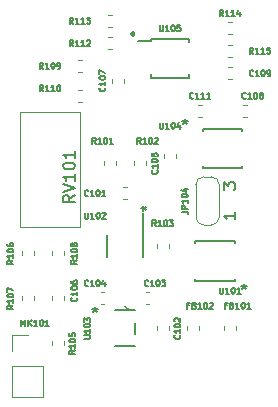
<source format=gbr>
%TF.GenerationSoftware,KiCad,Pcbnew,(5.1.6)-1*%
%TF.CreationDate,2021-05-29T12:16:40-05:00*%
%TF.ProjectId,Sapphire_AnalogMic,53617070-6869-4726-955f-416e616c6f67,rev?*%
%TF.SameCoordinates,Original*%
%TF.FileFunction,Legend,Top*%
%TF.FilePolarity,Positive*%
%FSLAX46Y46*%
G04 Gerber Fmt 4.6, Leading zero omitted, Abs format (unit mm)*
G04 Created by KiCad (PCBNEW (5.1.6)-1) date 2021-05-29 12:16:40*
%MOMM*%
%LPD*%
G01*
G04 APERTURE LIST*
%ADD10C,0.300000*%
%ADD11C,0.120000*%
%ADD12C,0.152400*%
%ADD13C,0.150000*%
%ADD14C,0.127000*%
G04 APERTURE END LIST*
D10*
X120015000Y-103278714D02*
X120086428Y-103350142D01*
X120015000Y-103421571D01*
X119943571Y-103350142D01*
X120015000Y-103278714D01*
X120015000Y-103421571D01*
D11*
%TO.C,RV101*%
X110500000Y-109923000D02*
X115570000Y-109923000D01*
X110500000Y-119693000D02*
X115570000Y-119693000D01*
X115570000Y-119693000D02*
X115570000Y-109923000D01*
X110500000Y-119693000D02*
X110500000Y-109923000D01*
D12*
%TO.C,U101*%
X128676400Y-120878600D02*
X125323600Y-120878600D01*
X125323600Y-120878600D02*
X125323600Y-121043700D01*
X125323600Y-124231400D02*
X128676400Y-124231400D01*
X128676400Y-124231400D02*
X128676400Y-124066300D01*
X128676400Y-121043700D02*
X128676400Y-120878600D01*
X125323600Y-124066300D02*
X125323600Y-124231400D01*
D11*
%TO.C,C106*%
X114175000Y-125567221D02*
X114175000Y-125892779D01*
X113155000Y-125567221D02*
X113155000Y-125892779D01*
%TO.C,MK101*%
X109795000Y-134045000D02*
X112455000Y-134045000D01*
X109795000Y-131445000D02*
X109795000Y-134045000D01*
X112455000Y-131445000D02*
X112455000Y-134045000D01*
X109795000Y-131445000D02*
X112455000Y-131445000D01*
X109795000Y-130175000D02*
X109795000Y-128845000D01*
X109795000Y-128845000D02*
X111125000Y-128845000D01*
%TO.C,JP104*%
X126665000Y-119525000D02*
X126065000Y-119525000D01*
X127365000Y-116075000D02*
X127365000Y-118875000D01*
X126065000Y-115425000D02*
X126665000Y-115425000D01*
X125365000Y-118875000D02*
X125365000Y-116075000D01*
X126065000Y-119525000D02*
G75*
G02*
X125365000Y-118825000I0J700000D01*
G01*
X127365000Y-118825000D02*
G75*
G02*
X126665000Y-119525000I-700000J0D01*
G01*
X126665000Y-115425000D02*
G75*
G02*
X127365000Y-116125000I0J-700000D01*
G01*
X125365000Y-116125000D02*
G75*
G02*
X126065000Y-115425000I700000J0D01*
G01*
%TO.C,R115*%
X128432779Y-105285000D02*
X128107221Y-105285000D01*
X128432779Y-104265000D02*
X128107221Y-104265000D01*
%TO.C,R114*%
X128432779Y-103380000D02*
X128107221Y-103380000D01*
X128432779Y-102360000D02*
X128107221Y-102360000D01*
%TO.C,R113*%
X117947221Y-101725000D02*
X118272779Y-101725000D01*
X117947221Y-102745000D02*
X118272779Y-102745000D01*
%TO.C,R112*%
X118272779Y-104650000D02*
X117947221Y-104650000D01*
X118272779Y-103630000D02*
X117947221Y-103630000D01*
%TO.C,R110*%
X115732779Y-109095000D02*
X115407221Y-109095000D01*
X115732779Y-108075000D02*
X115407221Y-108075000D01*
%TO.C,R109*%
X115732779Y-106555000D02*
X115407221Y-106555000D01*
X115732779Y-105535000D02*
X115407221Y-105535000D01*
%TO.C,R108*%
X114175000Y-121757221D02*
X114175000Y-122082779D01*
X113155000Y-121757221D02*
X113155000Y-122082779D01*
%TO.C,R107*%
X110615000Y-125892779D02*
X110615000Y-125567221D01*
X111635000Y-125892779D02*
X111635000Y-125567221D01*
%TO.C,R106*%
X110615000Y-122082779D02*
X110615000Y-121757221D01*
X111635000Y-122082779D02*
X111635000Y-121757221D01*
%TO.C,R105*%
X114175000Y-129377221D02*
X114175000Y-129702779D01*
X113155000Y-129377221D02*
X113155000Y-129702779D01*
%TO.C,R103*%
X122045000Y-121447779D02*
X122045000Y-121122221D01*
X123065000Y-121447779D02*
X123065000Y-121122221D01*
%TO.C,R102*%
X120140000Y-114462779D02*
X120140000Y-114137221D01*
X121160000Y-114462779D02*
X121160000Y-114137221D01*
%TO.C,R101*%
X117600000Y-114462779D02*
X117600000Y-114137221D01*
X118620000Y-114462779D02*
X118620000Y-114137221D01*
%TO.C,FB102*%
X125605000Y-128107221D02*
X125605000Y-128432779D01*
X124585000Y-128107221D02*
X124585000Y-128432779D01*
%TO.C,FB101*%
X128780000Y-128107221D02*
X128780000Y-128432779D01*
X127760000Y-128107221D02*
X127760000Y-128432779D01*
%TO.C,C111*%
X125567221Y-109345000D02*
X125892779Y-109345000D01*
X125567221Y-110365000D02*
X125892779Y-110365000D01*
%TO.C,C109*%
X128107221Y-106170000D02*
X128432779Y-106170000D01*
X128107221Y-107190000D02*
X128432779Y-107190000D01*
%TO.C,C108*%
X129702779Y-110365000D02*
X129377221Y-110365000D01*
X129702779Y-109345000D02*
X129377221Y-109345000D01*
%TO.C,C107*%
X119255000Y-107152221D02*
X119255000Y-107477779D01*
X118235000Y-107152221D02*
X118235000Y-107477779D01*
%TO.C,C105*%
X122680000Y-113827779D02*
X122680000Y-113502221D01*
X123700000Y-113827779D02*
X123700000Y-113502221D01*
%TO.C,C104*%
X117312221Y-125220000D02*
X117637779Y-125220000D01*
X117312221Y-126240000D02*
X117637779Y-126240000D01*
%TO.C,C103*%
X121122221Y-125220000D02*
X121447779Y-125220000D01*
X121122221Y-126240000D02*
X121447779Y-126240000D01*
%TO.C,C102*%
X122045000Y-128432779D02*
X122045000Y-128107221D01*
X123065000Y-128432779D02*
X123065000Y-128107221D01*
%TO.C,C101*%
X119217221Y-116330000D02*
X119542779Y-116330000D01*
X119217221Y-117350000D02*
X119542779Y-117350000D01*
D13*
%TO.C,U105*%
X121565000Y-103785000D02*
X121565000Y-103960000D01*
X124815000Y-103785000D02*
X124815000Y-104060000D01*
X124815000Y-107035000D02*
X124815000Y-106760000D01*
X121565000Y-107035000D02*
X121565000Y-106760000D01*
X121565000Y-103785000D02*
X124815000Y-103785000D01*
X121565000Y-107035000D02*
X124815000Y-107035000D01*
X121565000Y-103960000D02*
X120490000Y-103960000D01*
D12*
%TO.C,U104*%
X125958600Y-114706400D02*
X129311400Y-114706400D01*
X129311400Y-114706400D02*
X129311400Y-114541300D01*
X129311400Y-111353600D02*
X125958600Y-111353600D01*
X125958600Y-111353600D02*
X125958600Y-111518700D01*
X125958600Y-114541300D02*
X125958600Y-114706400D01*
X129311400Y-111518700D02*
X129311400Y-111353600D01*
%TO.C,U103*%
X118503700Y-126746000D02*
X120256300Y-126746000D01*
X120256300Y-128734861D02*
X120256300Y-127805139D01*
X118503700Y-129794000D02*
X120256300Y-129794000D01*
X119671502Y-126656950D02*
G75*
G03*
X119380000Y-126441200I-291502J-89050D01*
G01*
%TO.C,U102*%
X117830003Y-120335002D02*
X117830003Y-122235001D01*
X120929999Y-118535000D02*
X120930002Y-122235001D01*
%TO.C,RV101*%
D13*
X115133380Y-116990619D02*
X114657190Y-117323952D01*
X115133380Y-117562047D02*
X114133380Y-117562047D01*
X114133380Y-117181095D01*
X114181000Y-117085857D01*
X114228619Y-117038238D01*
X114323857Y-116990619D01*
X114466714Y-116990619D01*
X114561952Y-117038238D01*
X114609571Y-117085857D01*
X114657190Y-117181095D01*
X114657190Y-117562047D01*
X114133380Y-116704904D02*
X115133380Y-116371571D01*
X114133380Y-116038238D01*
X115133380Y-115181095D02*
X115133380Y-115752523D01*
X115133380Y-115466809D02*
X114133380Y-115466809D01*
X114276238Y-115562047D01*
X114371476Y-115657285D01*
X114419095Y-115752523D01*
X114133380Y-114562047D02*
X114133380Y-114466809D01*
X114181000Y-114371571D01*
X114228619Y-114323952D01*
X114323857Y-114276333D01*
X114514333Y-114228714D01*
X114752428Y-114228714D01*
X114942904Y-114276333D01*
X115038142Y-114323952D01*
X115085761Y-114371571D01*
X115133380Y-114466809D01*
X115133380Y-114562047D01*
X115085761Y-114657285D01*
X115038142Y-114704904D01*
X114942904Y-114752523D01*
X114752428Y-114800142D01*
X114514333Y-114800142D01*
X114323857Y-114752523D01*
X114228619Y-114704904D01*
X114181000Y-114657285D01*
X114133380Y-114562047D01*
X115133380Y-113276333D02*
X115133380Y-113847761D01*
X115133380Y-113562047D02*
X114133380Y-113562047D01*
X114276238Y-113657285D01*
X114371476Y-113752523D01*
X114419095Y-113847761D01*
%TO.C,U101*%
D14*
X127399142Y-124816809D02*
X127399142Y-125228047D01*
X127423333Y-125276428D01*
X127447523Y-125300619D01*
X127495904Y-125324809D01*
X127592666Y-125324809D01*
X127641047Y-125300619D01*
X127665238Y-125276428D01*
X127689428Y-125228047D01*
X127689428Y-124816809D01*
X128197428Y-125324809D02*
X127907142Y-125324809D01*
X128052285Y-125324809D02*
X128052285Y-124816809D01*
X128003904Y-124889380D01*
X127955523Y-124937761D01*
X127907142Y-124961952D01*
X128511904Y-124816809D02*
X128560285Y-124816809D01*
X128608666Y-124841000D01*
X128632857Y-124865190D01*
X128657047Y-124913571D01*
X128681238Y-125010333D01*
X128681238Y-125131285D01*
X128657047Y-125228047D01*
X128632857Y-125276428D01*
X128608666Y-125300619D01*
X128560285Y-125324809D01*
X128511904Y-125324809D01*
X128463523Y-125300619D01*
X128439333Y-125276428D01*
X128415142Y-125228047D01*
X128390952Y-125131285D01*
X128390952Y-125010333D01*
X128415142Y-124913571D01*
X128439333Y-124865190D01*
X128463523Y-124841000D01*
X128511904Y-124816809D01*
X129165047Y-125324809D02*
X128874761Y-125324809D01*
X129019904Y-125324809D02*
X129019904Y-124816809D01*
X128971523Y-124889380D01*
X128923142Y-124937761D01*
X128874761Y-124961952D01*
D13*
X129463800Y-124532140D02*
X129463800Y-124770236D01*
X129225704Y-124674998D02*
X129463800Y-124770236D01*
X129701895Y-124674998D01*
X129320942Y-124960712D02*
X129463800Y-124770236D01*
X129606657Y-124960712D01*
X129463800Y-124532140D02*
X129463800Y-124770236D01*
X129225704Y-124674998D02*
X129463800Y-124770236D01*
X129701895Y-124674998D01*
X129320942Y-124960712D02*
X129463800Y-124770236D01*
X129606657Y-124960712D01*
%TO.C,C106*%
D14*
X115276428Y-125663476D02*
X115300619Y-125687666D01*
X115324809Y-125760238D01*
X115324809Y-125808619D01*
X115300619Y-125881190D01*
X115252238Y-125929571D01*
X115203857Y-125953761D01*
X115107095Y-125977952D01*
X115034523Y-125977952D01*
X114937761Y-125953761D01*
X114889380Y-125929571D01*
X114841000Y-125881190D01*
X114816809Y-125808619D01*
X114816809Y-125760238D01*
X114841000Y-125687666D01*
X114865190Y-125663476D01*
X115324809Y-125179666D02*
X115324809Y-125469952D01*
X115324809Y-125324809D02*
X114816809Y-125324809D01*
X114889380Y-125373190D01*
X114937761Y-125421571D01*
X114961952Y-125469952D01*
X114816809Y-124865190D02*
X114816809Y-124816809D01*
X114841000Y-124768428D01*
X114865190Y-124744238D01*
X114913571Y-124720047D01*
X115010333Y-124695857D01*
X115131285Y-124695857D01*
X115228047Y-124720047D01*
X115276428Y-124744238D01*
X115300619Y-124768428D01*
X115324809Y-124816809D01*
X115324809Y-124865190D01*
X115300619Y-124913571D01*
X115276428Y-124937761D01*
X115228047Y-124961952D01*
X115131285Y-124986142D01*
X115010333Y-124986142D01*
X114913571Y-124961952D01*
X114865190Y-124937761D01*
X114841000Y-124913571D01*
X114816809Y-124865190D01*
X114816809Y-124260428D02*
X114816809Y-124357190D01*
X114841000Y-124405571D01*
X114865190Y-124429761D01*
X114937761Y-124478142D01*
X115034523Y-124502333D01*
X115228047Y-124502333D01*
X115276428Y-124478142D01*
X115300619Y-124453952D01*
X115324809Y-124405571D01*
X115324809Y-124308809D01*
X115300619Y-124260428D01*
X115276428Y-124236238D01*
X115228047Y-124212047D01*
X115107095Y-124212047D01*
X115058714Y-124236238D01*
X115034523Y-124260428D01*
X115010333Y-124308809D01*
X115010333Y-124405571D01*
X115034523Y-124453952D01*
X115058714Y-124478142D01*
X115107095Y-124502333D01*
%TO.C,MK101*%
X110610952Y-128074809D02*
X110610952Y-127566809D01*
X110780285Y-127929666D01*
X110949619Y-127566809D01*
X110949619Y-128074809D01*
X111191523Y-128074809D02*
X111191523Y-127566809D01*
X111481809Y-128074809D02*
X111264095Y-127784523D01*
X111481809Y-127566809D02*
X111191523Y-127857095D01*
X111965619Y-128074809D02*
X111675333Y-128074809D01*
X111820476Y-128074809D02*
X111820476Y-127566809D01*
X111772095Y-127639380D01*
X111723714Y-127687761D01*
X111675333Y-127711952D01*
X112280095Y-127566809D02*
X112328476Y-127566809D01*
X112376857Y-127591000D01*
X112401047Y-127615190D01*
X112425238Y-127663571D01*
X112449428Y-127760333D01*
X112449428Y-127881285D01*
X112425238Y-127978047D01*
X112401047Y-128026428D01*
X112376857Y-128050619D01*
X112328476Y-128074809D01*
X112280095Y-128074809D01*
X112231714Y-128050619D01*
X112207523Y-128026428D01*
X112183333Y-127978047D01*
X112159142Y-127881285D01*
X112159142Y-127760333D01*
X112183333Y-127663571D01*
X112207523Y-127615190D01*
X112231714Y-127591000D01*
X112280095Y-127566809D01*
X112933238Y-128074809D02*
X112642952Y-128074809D01*
X112788095Y-128074809D02*
X112788095Y-127566809D01*
X112739714Y-127639380D01*
X112691333Y-127687761D01*
X112642952Y-127711952D01*
%TO.C,JP104*%
X124181809Y-118382142D02*
X124544666Y-118382142D01*
X124617238Y-118406333D01*
X124665619Y-118454714D01*
X124689809Y-118527285D01*
X124689809Y-118575666D01*
X124689809Y-118140238D02*
X124181809Y-118140238D01*
X124181809Y-117946714D01*
X124206000Y-117898333D01*
X124230190Y-117874142D01*
X124278571Y-117849952D01*
X124351142Y-117849952D01*
X124399523Y-117874142D01*
X124423714Y-117898333D01*
X124447904Y-117946714D01*
X124447904Y-118140238D01*
X124689809Y-117366142D02*
X124689809Y-117656428D01*
X124689809Y-117511285D02*
X124181809Y-117511285D01*
X124254380Y-117559666D01*
X124302761Y-117608047D01*
X124326952Y-117656428D01*
X124181809Y-117051666D02*
X124181809Y-117003285D01*
X124206000Y-116954904D01*
X124230190Y-116930714D01*
X124278571Y-116906523D01*
X124375333Y-116882333D01*
X124496285Y-116882333D01*
X124593047Y-116906523D01*
X124641428Y-116930714D01*
X124665619Y-116954904D01*
X124689809Y-117003285D01*
X124689809Y-117051666D01*
X124665619Y-117100047D01*
X124641428Y-117124238D01*
X124593047Y-117148428D01*
X124496285Y-117172619D01*
X124375333Y-117172619D01*
X124278571Y-117148428D01*
X124230190Y-117124238D01*
X124206000Y-117100047D01*
X124181809Y-117051666D01*
X124351142Y-116446904D02*
X124689809Y-116446904D01*
X124157619Y-116567857D02*
X124520476Y-116688809D01*
X124520476Y-116374333D01*
D13*
X128722380Y-118459285D02*
X128722380Y-119030714D01*
X128722380Y-118745000D02*
X127722380Y-118745000D01*
X127865238Y-118840238D01*
X127960476Y-118935476D01*
X128008095Y-119030714D01*
X127722380Y-116538333D02*
X127722380Y-115919285D01*
X128103333Y-116252619D01*
X128103333Y-116109761D01*
X128150952Y-116014523D01*
X128198571Y-115966904D01*
X128293809Y-115919285D01*
X128531904Y-115919285D01*
X128627142Y-115966904D01*
X128674761Y-116014523D01*
X128722380Y-116109761D01*
X128722380Y-116395476D01*
X128674761Y-116490714D01*
X128627142Y-116538333D01*
%TO.C,R115*%
D14*
X130241523Y-105004809D02*
X130072190Y-104762904D01*
X129951238Y-105004809D02*
X129951238Y-104496809D01*
X130144761Y-104496809D01*
X130193142Y-104521000D01*
X130217333Y-104545190D01*
X130241523Y-104593571D01*
X130241523Y-104666142D01*
X130217333Y-104714523D01*
X130193142Y-104738714D01*
X130144761Y-104762904D01*
X129951238Y-104762904D01*
X130725333Y-105004809D02*
X130435047Y-105004809D01*
X130580190Y-105004809D02*
X130580190Y-104496809D01*
X130531809Y-104569380D01*
X130483428Y-104617761D01*
X130435047Y-104641952D01*
X131209142Y-105004809D02*
X130918857Y-105004809D01*
X131064000Y-105004809D02*
X131064000Y-104496809D01*
X131015619Y-104569380D01*
X130967238Y-104617761D01*
X130918857Y-104641952D01*
X131668761Y-104496809D02*
X131426857Y-104496809D01*
X131402666Y-104738714D01*
X131426857Y-104714523D01*
X131475238Y-104690333D01*
X131596190Y-104690333D01*
X131644571Y-104714523D01*
X131668761Y-104738714D01*
X131692952Y-104787095D01*
X131692952Y-104908047D01*
X131668761Y-104956428D01*
X131644571Y-104980619D01*
X131596190Y-105004809D01*
X131475238Y-105004809D01*
X131426857Y-104980619D01*
X131402666Y-104956428D01*
%TO.C,R114*%
X127701523Y-101829809D02*
X127532190Y-101587904D01*
X127411238Y-101829809D02*
X127411238Y-101321809D01*
X127604761Y-101321809D01*
X127653142Y-101346000D01*
X127677333Y-101370190D01*
X127701523Y-101418571D01*
X127701523Y-101491142D01*
X127677333Y-101539523D01*
X127653142Y-101563714D01*
X127604761Y-101587904D01*
X127411238Y-101587904D01*
X128185333Y-101829809D02*
X127895047Y-101829809D01*
X128040190Y-101829809D02*
X128040190Y-101321809D01*
X127991809Y-101394380D01*
X127943428Y-101442761D01*
X127895047Y-101466952D01*
X128669142Y-101829809D02*
X128378857Y-101829809D01*
X128524000Y-101829809D02*
X128524000Y-101321809D01*
X128475619Y-101394380D01*
X128427238Y-101442761D01*
X128378857Y-101466952D01*
X129104571Y-101491142D02*
X129104571Y-101829809D01*
X128983619Y-101297619D02*
X128862666Y-101660476D01*
X129177142Y-101660476D01*
%TO.C,R113*%
X115001523Y-102464809D02*
X114832190Y-102222904D01*
X114711238Y-102464809D02*
X114711238Y-101956809D01*
X114904761Y-101956809D01*
X114953142Y-101981000D01*
X114977333Y-102005190D01*
X115001523Y-102053571D01*
X115001523Y-102126142D01*
X114977333Y-102174523D01*
X114953142Y-102198714D01*
X114904761Y-102222904D01*
X114711238Y-102222904D01*
X115485333Y-102464809D02*
X115195047Y-102464809D01*
X115340190Y-102464809D02*
X115340190Y-101956809D01*
X115291809Y-102029380D01*
X115243428Y-102077761D01*
X115195047Y-102101952D01*
X115969142Y-102464809D02*
X115678857Y-102464809D01*
X115824000Y-102464809D02*
X115824000Y-101956809D01*
X115775619Y-102029380D01*
X115727238Y-102077761D01*
X115678857Y-102101952D01*
X116138476Y-101956809D02*
X116452952Y-101956809D01*
X116283619Y-102150333D01*
X116356190Y-102150333D01*
X116404571Y-102174523D01*
X116428761Y-102198714D01*
X116452952Y-102247095D01*
X116452952Y-102368047D01*
X116428761Y-102416428D01*
X116404571Y-102440619D01*
X116356190Y-102464809D01*
X116211047Y-102464809D01*
X116162666Y-102440619D01*
X116138476Y-102416428D01*
%TO.C,R112*%
X115001523Y-104369809D02*
X114832190Y-104127904D01*
X114711238Y-104369809D02*
X114711238Y-103861809D01*
X114904761Y-103861809D01*
X114953142Y-103886000D01*
X114977333Y-103910190D01*
X115001523Y-103958571D01*
X115001523Y-104031142D01*
X114977333Y-104079523D01*
X114953142Y-104103714D01*
X114904761Y-104127904D01*
X114711238Y-104127904D01*
X115485333Y-104369809D02*
X115195047Y-104369809D01*
X115340190Y-104369809D02*
X115340190Y-103861809D01*
X115291809Y-103934380D01*
X115243428Y-103982761D01*
X115195047Y-104006952D01*
X115969142Y-104369809D02*
X115678857Y-104369809D01*
X115824000Y-104369809D02*
X115824000Y-103861809D01*
X115775619Y-103934380D01*
X115727238Y-103982761D01*
X115678857Y-104006952D01*
X116162666Y-103910190D02*
X116186857Y-103886000D01*
X116235238Y-103861809D01*
X116356190Y-103861809D01*
X116404571Y-103886000D01*
X116428761Y-103910190D01*
X116452952Y-103958571D01*
X116452952Y-104006952D01*
X116428761Y-104079523D01*
X116138476Y-104369809D01*
X116452952Y-104369809D01*
%TO.C,R110*%
X112461523Y-108179809D02*
X112292190Y-107937904D01*
X112171238Y-108179809D02*
X112171238Y-107671809D01*
X112364761Y-107671809D01*
X112413142Y-107696000D01*
X112437333Y-107720190D01*
X112461523Y-107768571D01*
X112461523Y-107841142D01*
X112437333Y-107889523D01*
X112413142Y-107913714D01*
X112364761Y-107937904D01*
X112171238Y-107937904D01*
X112945333Y-108179809D02*
X112655047Y-108179809D01*
X112800190Y-108179809D02*
X112800190Y-107671809D01*
X112751809Y-107744380D01*
X112703428Y-107792761D01*
X112655047Y-107816952D01*
X113429142Y-108179809D02*
X113138857Y-108179809D01*
X113284000Y-108179809D02*
X113284000Y-107671809D01*
X113235619Y-107744380D01*
X113187238Y-107792761D01*
X113138857Y-107816952D01*
X113743619Y-107671809D02*
X113792000Y-107671809D01*
X113840380Y-107696000D01*
X113864571Y-107720190D01*
X113888761Y-107768571D01*
X113912952Y-107865333D01*
X113912952Y-107986285D01*
X113888761Y-108083047D01*
X113864571Y-108131428D01*
X113840380Y-108155619D01*
X113792000Y-108179809D01*
X113743619Y-108179809D01*
X113695238Y-108155619D01*
X113671047Y-108131428D01*
X113646857Y-108083047D01*
X113622666Y-107986285D01*
X113622666Y-107865333D01*
X113646857Y-107768571D01*
X113671047Y-107720190D01*
X113695238Y-107696000D01*
X113743619Y-107671809D01*
%TO.C,R109*%
X112461523Y-106274809D02*
X112292190Y-106032904D01*
X112171238Y-106274809D02*
X112171238Y-105766809D01*
X112364761Y-105766809D01*
X112413142Y-105791000D01*
X112437333Y-105815190D01*
X112461523Y-105863571D01*
X112461523Y-105936142D01*
X112437333Y-105984523D01*
X112413142Y-106008714D01*
X112364761Y-106032904D01*
X112171238Y-106032904D01*
X112945333Y-106274809D02*
X112655047Y-106274809D01*
X112800190Y-106274809D02*
X112800190Y-105766809D01*
X112751809Y-105839380D01*
X112703428Y-105887761D01*
X112655047Y-105911952D01*
X113259809Y-105766809D02*
X113308190Y-105766809D01*
X113356571Y-105791000D01*
X113380761Y-105815190D01*
X113404952Y-105863571D01*
X113429142Y-105960333D01*
X113429142Y-106081285D01*
X113404952Y-106178047D01*
X113380761Y-106226428D01*
X113356571Y-106250619D01*
X113308190Y-106274809D01*
X113259809Y-106274809D01*
X113211428Y-106250619D01*
X113187238Y-106226428D01*
X113163047Y-106178047D01*
X113138857Y-106081285D01*
X113138857Y-105960333D01*
X113163047Y-105863571D01*
X113187238Y-105815190D01*
X113211428Y-105791000D01*
X113259809Y-105766809D01*
X113671047Y-106274809D02*
X113767809Y-106274809D01*
X113816190Y-106250619D01*
X113840380Y-106226428D01*
X113888761Y-106153857D01*
X113912952Y-106057095D01*
X113912952Y-105863571D01*
X113888761Y-105815190D01*
X113864571Y-105791000D01*
X113816190Y-105766809D01*
X113719428Y-105766809D01*
X113671047Y-105791000D01*
X113646857Y-105815190D01*
X113622666Y-105863571D01*
X113622666Y-105984523D01*
X113646857Y-106032904D01*
X113671047Y-106057095D01*
X113719428Y-106081285D01*
X113816190Y-106081285D01*
X113864571Y-106057095D01*
X113888761Y-106032904D01*
X113912952Y-105984523D01*
%TO.C,R108*%
X115324809Y-122488476D02*
X115082904Y-122657809D01*
X115324809Y-122778761D02*
X114816809Y-122778761D01*
X114816809Y-122585238D01*
X114841000Y-122536857D01*
X114865190Y-122512666D01*
X114913571Y-122488476D01*
X114986142Y-122488476D01*
X115034523Y-122512666D01*
X115058714Y-122536857D01*
X115082904Y-122585238D01*
X115082904Y-122778761D01*
X115324809Y-122004666D02*
X115324809Y-122294952D01*
X115324809Y-122149809D02*
X114816809Y-122149809D01*
X114889380Y-122198190D01*
X114937761Y-122246571D01*
X114961952Y-122294952D01*
X114816809Y-121690190D02*
X114816809Y-121641809D01*
X114841000Y-121593428D01*
X114865190Y-121569238D01*
X114913571Y-121545047D01*
X115010333Y-121520857D01*
X115131285Y-121520857D01*
X115228047Y-121545047D01*
X115276428Y-121569238D01*
X115300619Y-121593428D01*
X115324809Y-121641809D01*
X115324809Y-121690190D01*
X115300619Y-121738571D01*
X115276428Y-121762761D01*
X115228047Y-121786952D01*
X115131285Y-121811142D01*
X115010333Y-121811142D01*
X114913571Y-121786952D01*
X114865190Y-121762761D01*
X114841000Y-121738571D01*
X114816809Y-121690190D01*
X115034523Y-121230571D02*
X115010333Y-121278952D01*
X114986142Y-121303142D01*
X114937761Y-121327333D01*
X114913571Y-121327333D01*
X114865190Y-121303142D01*
X114841000Y-121278952D01*
X114816809Y-121230571D01*
X114816809Y-121133809D01*
X114841000Y-121085428D01*
X114865190Y-121061238D01*
X114913571Y-121037047D01*
X114937761Y-121037047D01*
X114986142Y-121061238D01*
X115010333Y-121085428D01*
X115034523Y-121133809D01*
X115034523Y-121230571D01*
X115058714Y-121278952D01*
X115082904Y-121303142D01*
X115131285Y-121327333D01*
X115228047Y-121327333D01*
X115276428Y-121303142D01*
X115300619Y-121278952D01*
X115324809Y-121230571D01*
X115324809Y-121133809D01*
X115300619Y-121085428D01*
X115276428Y-121061238D01*
X115228047Y-121037047D01*
X115131285Y-121037047D01*
X115082904Y-121061238D01*
X115058714Y-121085428D01*
X115034523Y-121133809D01*
%TO.C,R107*%
X109924809Y-126298476D02*
X109682904Y-126467809D01*
X109924809Y-126588761D02*
X109416809Y-126588761D01*
X109416809Y-126395238D01*
X109441000Y-126346857D01*
X109465190Y-126322666D01*
X109513571Y-126298476D01*
X109586142Y-126298476D01*
X109634523Y-126322666D01*
X109658714Y-126346857D01*
X109682904Y-126395238D01*
X109682904Y-126588761D01*
X109924809Y-125814666D02*
X109924809Y-126104952D01*
X109924809Y-125959809D02*
X109416809Y-125959809D01*
X109489380Y-126008190D01*
X109537761Y-126056571D01*
X109561952Y-126104952D01*
X109416809Y-125500190D02*
X109416809Y-125451809D01*
X109441000Y-125403428D01*
X109465190Y-125379238D01*
X109513571Y-125355047D01*
X109610333Y-125330857D01*
X109731285Y-125330857D01*
X109828047Y-125355047D01*
X109876428Y-125379238D01*
X109900619Y-125403428D01*
X109924809Y-125451809D01*
X109924809Y-125500190D01*
X109900619Y-125548571D01*
X109876428Y-125572761D01*
X109828047Y-125596952D01*
X109731285Y-125621142D01*
X109610333Y-125621142D01*
X109513571Y-125596952D01*
X109465190Y-125572761D01*
X109441000Y-125548571D01*
X109416809Y-125500190D01*
X109416809Y-125161523D02*
X109416809Y-124822857D01*
X109924809Y-125040571D01*
%TO.C,R106*%
X109924809Y-122488476D02*
X109682904Y-122657809D01*
X109924809Y-122778761D02*
X109416809Y-122778761D01*
X109416809Y-122585238D01*
X109441000Y-122536857D01*
X109465190Y-122512666D01*
X109513571Y-122488476D01*
X109586142Y-122488476D01*
X109634523Y-122512666D01*
X109658714Y-122536857D01*
X109682904Y-122585238D01*
X109682904Y-122778761D01*
X109924809Y-122004666D02*
X109924809Y-122294952D01*
X109924809Y-122149809D02*
X109416809Y-122149809D01*
X109489380Y-122198190D01*
X109537761Y-122246571D01*
X109561952Y-122294952D01*
X109416809Y-121690190D02*
X109416809Y-121641809D01*
X109441000Y-121593428D01*
X109465190Y-121569238D01*
X109513571Y-121545047D01*
X109610333Y-121520857D01*
X109731285Y-121520857D01*
X109828047Y-121545047D01*
X109876428Y-121569238D01*
X109900619Y-121593428D01*
X109924809Y-121641809D01*
X109924809Y-121690190D01*
X109900619Y-121738571D01*
X109876428Y-121762761D01*
X109828047Y-121786952D01*
X109731285Y-121811142D01*
X109610333Y-121811142D01*
X109513571Y-121786952D01*
X109465190Y-121762761D01*
X109441000Y-121738571D01*
X109416809Y-121690190D01*
X109416809Y-121085428D02*
X109416809Y-121182190D01*
X109441000Y-121230571D01*
X109465190Y-121254761D01*
X109537761Y-121303142D01*
X109634523Y-121327333D01*
X109828047Y-121327333D01*
X109876428Y-121303142D01*
X109900619Y-121278952D01*
X109924809Y-121230571D01*
X109924809Y-121133809D01*
X109900619Y-121085428D01*
X109876428Y-121061238D01*
X109828047Y-121037047D01*
X109707095Y-121037047D01*
X109658714Y-121061238D01*
X109634523Y-121085428D01*
X109610333Y-121133809D01*
X109610333Y-121230571D01*
X109634523Y-121278952D01*
X109658714Y-121303142D01*
X109707095Y-121327333D01*
%TO.C,R105*%
X115164809Y-130108476D02*
X114922904Y-130277809D01*
X115164809Y-130398761D02*
X114656809Y-130398761D01*
X114656809Y-130205238D01*
X114681000Y-130156857D01*
X114705190Y-130132666D01*
X114753571Y-130108476D01*
X114826142Y-130108476D01*
X114874523Y-130132666D01*
X114898714Y-130156857D01*
X114922904Y-130205238D01*
X114922904Y-130398761D01*
X115164809Y-129624666D02*
X115164809Y-129914952D01*
X115164809Y-129769809D02*
X114656809Y-129769809D01*
X114729380Y-129818190D01*
X114777761Y-129866571D01*
X114801952Y-129914952D01*
X114656809Y-129310190D02*
X114656809Y-129261809D01*
X114681000Y-129213428D01*
X114705190Y-129189238D01*
X114753571Y-129165047D01*
X114850333Y-129140857D01*
X114971285Y-129140857D01*
X115068047Y-129165047D01*
X115116428Y-129189238D01*
X115140619Y-129213428D01*
X115164809Y-129261809D01*
X115164809Y-129310190D01*
X115140619Y-129358571D01*
X115116428Y-129382761D01*
X115068047Y-129406952D01*
X114971285Y-129431142D01*
X114850333Y-129431142D01*
X114753571Y-129406952D01*
X114705190Y-129382761D01*
X114681000Y-129358571D01*
X114656809Y-129310190D01*
X114656809Y-128681238D02*
X114656809Y-128923142D01*
X114898714Y-128947333D01*
X114874523Y-128923142D01*
X114850333Y-128874761D01*
X114850333Y-128753809D01*
X114874523Y-128705428D01*
X114898714Y-128681238D01*
X114947095Y-128657047D01*
X115068047Y-128657047D01*
X115116428Y-128681238D01*
X115140619Y-128705428D01*
X115164809Y-128753809D01*
X115164809Y-128874761D01*
X115140619Y-128923142D01*
X115116428Y-128947333D01*
%TO.C,R103*%
X121986523Y-119609809D02*
X121817190Y-119367904D01*
X121696238Y-119609809D02*
X121696238Y-119101809D01*
X121889761Y-119101809D01*
X121938142Y-119126000D01*
X121962333Y-119150190D01*
X121986523Y-119198571D01*
X121986523Y-119271142D01*
X121962333Y-119319523D01*
X121938142Y-119343714D01*
X121889761Y-119367904D01*
X121696238Y-119367904D01*
X122470333Y-119609809D02*
X122180047Y-119609809D01*
X122325190Y-119609809D02*
X122325190Y-119101809D01*
X122276809Y-119174380D01*
X122228428Y-119222761D01*
X122180047Y-119246952D01*
X122784809Y-119101809D02*
X122833190Y-119101809D01*
X122881571Y-119126000D01*
X122905761Y-119150190D01*
X122929952Y-119198571D01*
X122954142Y-119295333D01*
X122954142Y-119416285D01*
X122929952Y-119513047D01*
X122905761Y-119561428D01*
X122881571Y-119585619D01*
X122833190Y-119609809D01*
X122784809Y-119609809D01*
X122736428Y-119585619D01*
X122712238Y-119561428D01*
X122688047Y-119513047D01*
X122663857Y-119416285D01*
X122663857Y-119295333D01*
X122688047Y-119198571D01*
X122712238Y-119150190D01*
X122736428Y-119126000D01*
X122784809Y-119101809D01*
X123123476Y-119101809D02*
X123437952Y-119101809D01*
X123268619Y-119295333D01*
X123341190Y-119295333D01*
X123389571Y-119319523D01*
X123413761Y-119343714D01*
X123437952Y-119392095D01*
X123437952Y-119513047D01*
X123413761Y-119561428D01*
X123389571Y-119585619D01*
X123341190Y-119609809D01*
X123196047Y-119609809D01*
X123147666Y-119585619D01*
X123123476Y-119561428D01*
%TO.C,R102*%
X120716523Y-112624809D02*
X120547190Y-112382904D01*
X120426238Y-112624809D02*
X120426238Y-112116809D01*
X120619761Y-112116809D01*
X120668142Y-112141000D01*
X120692333Y-112165190D01*
X120716523Y-112213571D01*
X120716523Y-112286142D01*
X120692333Y-112334523D01*
X120668142Y-112358714D01*
X120619761Y-112382904D01*
X120426238Y-112382904D01*
X121200333Y-112624809D02*
X120910047Y-112624809D01*
X121055190Y-112624809D02*
X121055190Y-112116809D01*
X121006809Y-112189380D01*
X120958428Y-112237761D01*
X120910047Y-112261952D01*
X121514809Y-112116809D02*
X121563190Y-112116809D01*
X121611571Y-112141000D01*
X121635761Y-112165190D01*
X121659952Y-112213571D01*
X121684142Y-112310333D01*
X121684142Y-112431285D01*
X121659952Y-112528047D01*
X121635761Y-112576428D01*
X121611571Y-112600619D01*
X121563190Y-112624809D01*
X121514809Y-112624809D01*
X121466428Y-112600619D01*
X121442238Y-112576428D01*
X121418047Y-112528047D01*
X121393857Y-112431285D01*
X121393857Y-112310333D01*
X121418047Y-112213571D01*
X121442238Y-112165190D01*
X121466428Y-112141000D01*
X121514809Y-112116809D01*
X121877666Y-112165190D02*
X121901857Y-112141000D01*
X121950238Y-112116809D01*
X122071190Y-112116809D01*
X122119571Y-112141000D01*
X122143761Y-112165190D01*
X122167952Y-112213571D01*
X122167952Y-112261952D01*
X122143761Y-112334523D01*
X121853476Y-112624809D01*
X122167952Y-112624809D01*
%TO.C,R101*%
X116906523Y-112624809D02*
X116737190Y-112382904D01*
X116616238Y-112624809D02*
X116616238Y-112116809D01*
X116809761Y-112116809D01*
X116858142Y-112141000D01*
X116882333Y-112165190D01*
X116906523Y-112213571D01*
X116906523Y-112286142D01*
X116882333Y-112334523D01*
X116858142Y-112358714D01*
X116809761Y-112382904D01*
X116616238Y-112382904D01*
X117390333Y-112624809D02*
X117100047Y-112624809D01*
X117245190Y-112624809D02*
X117245190Y-112116809D01*
X117196809Y-112189380D01*
X117148428Y-112237761D01*
X117100047Y-112261952D01*
X117704809Y-112116809D02*
X117753190Y-112116809D01*
X117801571Y-112141000D01*
X117825761Y-112165190D01*
X117849952Y-112213571D01*
X117874142Y-112310333D01*
X117874142Y-112431285D01*
X117849952Y-112528047D01*
X117825761Y-112576428D01*
X117801571Y-112600619D01*
X117753190Y-112624809D01*
X117704809Y-112624809D01*
X117656428Y-112600619D01*
X117632238Y-112576428D01*
X117608047Y-112528047D01*
X117583857Y-112431285D01*
X117583857Y-112310333D01*
X117608047Y-112213571D01*
X117632238Y-112165190D01*
X117656428Y-112141000D01*
X117704809Y-112116809D01*
X118357952Y-112624809D02*
X118067666Y-112624809D01*
X118212809Y-112624809D02*
X118212809Y-112116809D01*
X118164428Y-112189380D01*
X118116047Y-112237761D01*
X118067666Y-112261952D01*
%TO.C,FB102*%
X124822857Y-126328714D02*
X124653523Y-126328714D01*
X124653523Y-126594809D02*
X124653523Y-126086809D01*
X124895428Y-126086809D01*
X125258285Y-126328714D02*
X125330857Y-126352904D01*
X125355047Y-126377095D01*
X125379238Y-126425476D01*
X125379238Y-126498047D01*
X125355047Y-126546428D01*
X125330857Y-126570619D01*
X125282476Y-126594809D01*
X125088952Y-126594809D01*
X125088952Y-126086809D01*
X125258285Y-126086809D01*
X125306666Y-126111000D01*
X125330857Y-126135190D01*
X125355047Y-126183571D01*
X125355047Y-126231952D01*
X125330857Y-126280333D01*
X125306666Y-126304523D01*
X125258285Y-126328714D01*
X125088952Y-126328714D01*
X125863047Y-126594809D02*
X125572761Y-126594809D01*
X125717904Y-126594809D02*
X125717904Y-126086809D01*
X125669523Y-126159380D01*
X125621142Y-126207761D01*
X125572761Y-126231952D01*
X126177523Y-126086809D02*
X126225904Y-126086809D01*
X126274285Y-126111000D01*
X126298476Y-126135190D01*
X126322666Y-126183571D01*
X126346857Y-126280333D01*
X126346857Y-126401285D01*
X126322666Y-126498047D01*
X126298476Y-126546428D01*
X126274285Y-126570619D01*
X126225904Y-126594809D01*
X126177523Y-126594809D01*
X126129142Y-126570619D01*
X126104952Y-126546428D01*
X126080761Y-126498047D01*
X126056571Y-126401285D01*
X126056571Y-126280333D01*
X126080761Y-126183571D01*
X126104952Y-126135190D01*
X126129142Y-126111000D01*
X126177523Y-126086809D01*
X126540380Y-126135190D02*
X126564571Y-126111000D01*
X126612952Y-126086809D01*
X126733904Y-126086809D01*
X126782285Y-126111000D01*
X126806476Y-126135190D01*
X126830666Y-126183571D01*
X126830666Y-126231952D01*
X126806476Y-126304523D01*
X126516190Y-126594809D01*
X126830666Y-126594809D01*
%TO.C,FB101*%
X127997857Y-126328714D02*
X127828523Y-126328714D01*
X127828523Y-126594809D02*
X127828523Y-126086809D01*
X128070428Y-126086809D01*
X128433285Y-126328714D02*
X128505857Y-126352904D01*
X128530047Y-126377095D01*
X128554238Y-126425476D01*
X128554238Y-126498047D01*
X128530047Y-126546428D01*
X128505857Y-126570619D01*
X128457476Y-126594809D01*
X128263952Y-126594809D01*
X128263952Y-126086809D01*
X128433285Y-126086809D01*
X128481666Y-126111000D01*
X128505857Y-126135190D01*
X128530047Y-126183571D01*
X128530047Y-126231952D01*
X128505857Y-126280333D01*
X128481666Y-126304523D01*
X128433285Y-126328714D01*
X128263952Y-126328714D01*
X129038047Y-126594809D02*
X128747761Y-126594809D01*
X128892904Y-126594809D02*
X128892904Y-126086809D01*
X128844523Y-126159380D01*
X128796142Y-126207761D01*
X128747761Y-126231952D01*
X129352523Y-126086809D02*
X129400904Y-126086809D01*
X129449285Y-126111000D01*
X129473476Y-126135190D01*
X129497666Y-126183571D01*
X129521857Y-126280333D01*
X129521857Y-126401285D01*
X129497666Y-126498047D01*
X129473476Y-126546428D01*
X129449285Y-126570619D01*
X129400904Y-126594809D01*
X129352523Y-126594809D01*
X129304142Y-126570619D01*
X129279952Y-126546428D01*
X129255761Y-126498047D01*
X129231571Y-126401285D01*
X129231571Y-126280333D01*
X129255761Y-126183571D01*
X129279952Y-126135190D01*
X129304142Y-126111000D01*
X129352523Y-126086809D01*
X130005666Y-126594809D02*
X129715380Y-126594809D01*
X129860523Y-126594809D02*
X129860523Y-126086809D01*
X129812142Y-126159380D01*
X129763761Y-126207761D01*
X129715380Y-126231952D01*
%TO.C,C111*%
X125161523Y-108766428D02*
X125137333Y-108790619D01*
X125064761Y-108814809D01*
X125016380Y-108814809D01*
X124943809Y-108790619D01*
X124895428Y-108742238D01*
X124871238Y-108693857D01*
X124847047Y-108597095D01*
X124847047Y-108524523D01*
X124871238Y-108427761D01*
X124895428Y-108379380D01*
X124943809Y-108331000D01*
X125016380Y-108306809D01*
X125064761Y-108306809D01*
X125137333Y-108331000D01*
X125161523Y-108355190D01*
X125645333Y-108814809D02*
X125355047Y-108814809D01*
X125500190Y-108814809D02*
X125500190Y-108306809D01*
X125451809Y-108379380D01*
X125403428Y-108427761D01*
X125355047Y-108451952D01*
X126129142Y-108814809D02*
X125838857Y-108814809D01*
X125984000Y-108814809D02*
X125984000Y-108306809D01*
X125935619Y-108379380D01*
X125887238Y-108427761D01*
X125838857Y-108451952D01*
X126612952Y-108814809D02*
X126322666Y-108814809D01*
X126467809Y-108814809D02*
X126467809Y-108306809D01*
X126419428Y-108379380D01*
X126371047Y-108427761D01*
X126322666Y-108451952D01*
%TO.C,C109*%
X130241523Y-106861428D02*
X130217333Y-106885619D01*
X130144761Y-106909809D01*
X130096380Y-106909809D01*
X130023809Y-106885619D01*
X129975428Y-106837238D01*
X129951238Y-106788857D01*
X129927047Y-106692095D01*
X129927047Y-106619523D01*
X129951238Y-106522761D01*
X129975428Y-106474380D01*
X130023809Y-106426000D01*
X130096380Y-106401809D01*
X130144761Y-106401809D01*
X130217333Y-106426000D01*
X130241523Y-106450190D01*
X130725333Y-106909809D02*
X130435047Y-106909809D01*
X130580190Y-106909809D02*
X130580190Y-106401809D01*
X130531809Y-106474380D01*
X130483428Y-106522761D01*
X130435047Y-106546952D01*
X131039809Y-106401809D02*
X131088190Y-106401809D01*
X131136571Y-106426000D01*
X131160761Y-106450190D01*
X131184952Y-106498571D01*
X131209142Y-106595333D01*
X131209142Y-106716285D01*
X131184952Y-106813047D01*
X131160761Y-106861428D01*
X131136571Y-106885619D01*
X131088190Y-106909809D01*
X131039809Y-106909809D01*
X130991428Y-106885619D01*
X130967238Y-106861428D01*
X130943047Y-106813047D01*
X130918857Y-106716285D01*
X130918857Y-106595333D01*
X130943047Y-106498571D01*
X130967238Y-106450190D01*
X130991428Y-106426000D01*
X131039809Y-106401809D01*
X131451047Y-106909809D02*
X131547809Y-106909809D01*
X131596190Y-106885619D01*
X131620380Y-106861428D01*
X131668761Y-106788857D01*
X131692952Y-106692095D01*
X131692952Y-106498571D01*
X131668761Y-106450190D01*
X131644571Y-106426000D01*
X131596190Y-106401809D01*
X131499428Y-106401809D01*
X131451047Y-106426000D01*
X131426857Y-106450190D01*
X131402666Y-106498571D01*
X131402666Y-106619523D01*
X131426857Y-106667904D01*
X131451047Y-106692095D01*
X131499428Y-106716285D01*
X131596190Y-106716285D01*
X131644571Y-106692095D01*
X131668761Y-106667904D01*
X131692952Y-106619523D01*
%TO.C,C108*%
X129606523Y-108766428D02*
X129582333Y-108790619D01*
X129509761Y-108814809D01*
X129461380Y-108814809D01*
X129388809Y-108790619D01*
X129340428Y-108742238D01*
X129316238Y-108693857D01*
X129292047Y-108597095D01*
X129292047Y-108524523D01*
X129316238Y-108427761D01*
X129340428Y-108379380D01*
X129388809Y-108331000D01*
X129461380Y-108306809D01*
X129509761Y-108306809D01*
X129582333Y-108331000D01*
X129606523Y-108355190D01*
X130090333Y-108814809D02*
X129800047Y-108814809D01*
X129945190Y-108814809D02*
X129945190Y-108306809D01*
X129896809Y-108379380D01*
X129848428Y-108427761D01*
X129800047Y-108451952D01*
X130404809Y-108306809D02*
X130453190Y-108306809D01*
X130501571Y-108331000D01*
X130525761Y-108355190D01*
X130549952Y-108403571D01*
X130574142Y-108500333D01*
X130574142Y-108621285D01*
X130549952Y-108718047D01*
X130525761Y-108766428D01*
X130501571Y-108790619D01*
X130453190Y-108814809D01*
X130404809Y-108814809D01*
X130356428Y-108790619D01*
X130332238Y-108766428D01*
X130308047Y-108718047D01*
X130283857Y-108621285D01*
X130283857Y-108500333D01*
X130308047Y-108403571D01*
X130332238Y-108355190D01*
X130356428Y-108331000D01*
X130404809Y-108306809D01*
X130864428Y-108524523D02*
X130816047Y-108500333D01*
X130791857Y-108476142D01*
X130767666Y-108427761D01*
X130767666Y-108403571D01*
X130791857Y-108355190D01*
X130816047Y-108331000D01*
X130864428Y-108306809D01*
X130961190Y-108306809D01*
X131009571Y-108331000D01*
X131033761Y-108355190D01*
X131057952Y-108403571D01*
X131057952Y-108427761D01*
X131033761Y-108476142D01*
X131009571Y-108500333D01*
X130961190Y-108524523D01*
X130864428Y-108524523D01*
X130816047Y-108548714D01*
X130791857Y-108572904D01*
X130767666Y-108621285D01*
X130767666Y-108718047D01*
X130791857Y-108766428D01*
X130816047Y-108790619D01*
X130864428Y-108814809D01*
X130961190Y-108814809D01*
X131009571Y-108790619D01*
X131033761Y-108766428D01*
X131057952Y-108718047D01*
X131057952Y-108621285D01*
X131033761Y-108572904D01*
X131009571Y-108548714D01*
X130961190Y-108524523D01*
%TO.C,C107*%
X117656428Y-107883476D02*
X117680619Y-107907666D01*
X117704809Y-107980238D01*
X117704809Y-108028619D01*
X117680619Y-108101190D01*
X117632238Y-108149571D01*
X117583857Y-108173761D01*
X117487095Y-108197952D01*
X117414523Y-108197952D01*
X117317761Y-108173761D01*
X117269380Y-108149571D01*
X117221000Y-108101190D01*
X117196809Y-108028619D01*
X117196809Y-107980238D01*
X117221000Y-107907666D01*
X117245190Y-107883476D01*
X117704809Y-107399666D02*
X117704809Y-107689952D01*
X117704809Y-107544809D02*
X117196809Y-107544809D01*
X117269380Y-107593190D01*
X117317761Y-107641571D01*
X117341952Y-107689952D01*
X117196809Y-107085190D02*
X117196809Y-107036809D01*
X117221000Y-106988428D01*
X117245190Y-106964238D01*
X117293571Y-106940047D01*
X117390333Y-106915857D01*
X117511285Y-106915857D01*
X117608047Y-106940047D01*
X117656428Y-106964238D01*
X117680619Y-106988428D01*
X117704809Y-107036809D01*
X117704809Y-107085190D01*
X117680619Y-107133571D01*
X117656428Y-107157761D01*
X117608047Y-107181952D01*
X117511285Y-107206142D01*
X117390333Y-107206142D01*
X117293571Y-107181952D01*
X117245190Y-107157761D01*
X117221000Y-107133571D01*
X117196809Y-107085190D01*
X117196809Y-106746523D02*
X117196809Y-106407857D01*
X117704809Y-106625571D01*
%TO.C,C105*%
X122101428Y-114868476D02*
X122125619Y-114892666D01*
X122149809Y-114965238D01*
X122149809Y-115013619D01*
X122125619Y-115086190D01*
X122077238Y-115134571D01*
X122028857Y-115158761D01*
X121932095Y-115182952D01*
X121859523Y-115182952D01*
X121762761Y-115158761D01*
X121714380Y-115134571D01*
X121666000Y-115086190D01*
X121641809Y-115013619D01*
X121641809Y-114965238D01*
X121666000Y-114892666D01*
X121690190Y-114868476D01*
X122149809Y-114384666D02*
X122149809Y-114674952D01*
X122149809Y-114529809D02*
X121641809Y-114529809D01*
X121714380Y-114578190D01*
X121762761Y-114626571D01*
X121786952Y-114674952D01*
X121641809Y-114070190D02*
X121641809Y-114021809D01*
X121666000Y-113973428D01*
X121690190Y-113949238D01*
X121738571Y-113925047D01*
X121835333Y-113900857D01*
X121956285Y-113900857D01*
X122053047Y-113925047D01*
X122101428Y-113949238D01*
X122125619Y-113973428D01*
X122149809Y-114021809D01*
X122149809Y-114070190D01*
X122125619Y-114118571D01*
X122101428Y-114142761D01*
X122053047Y-114166952D01*
X121956285Y-114191142D01*
X121835333Y-114191142D01*
X121738571Y-114166952D01*
X121690190Y-114142761D01*
X121666000Y-114118571D01*
X121641809Y-114070190D01*
X121641809Y-113441238D02*
X121641809Y-113683142D01*
X121883714Y-113707333D01*
X121859523Y-113683142D01*
X121835333Y-113634761D01*
X121835333Y-113513809D01*
X121859523Y-113465428D01*
X121883714Y-113441238D01*
X121932095Y-113417047D01*
X122053047Y-113417047D01*
X122101428Y-113441238D01*
X122125619Y-113465428D01*
X122149809Y-113513809D01*
X122149809Y-113634761D01*
X122125619Y-113683142D01*
X122101428Y-113707333D01*
%TO.C,C104*%
X116271523Y-124641428D02*
X116247333Y-124665619D01*
X116174761Y-124689809D01*
X116126380Y-124689809D01*
X116053809Y-124665619D01*
X116005428Y-124617238D01*
X115981238Y-124568857D01*
X115957047Y-124472095D01*
X115957047Y-124399523D01*
X115981238Y-124302761D01*
X116005428Y-124254380D01*
X116053809Y-124206000D01*
X116126380Y-124181809D01*
X116174761Y-124181809D01*
X116247333Y-124206000D01*
X116271523Y-124230190D01*
X116755333Y-124689809D02*
X116465047Y-124689809D01*
X116610190Y-124689809D02*
X116610190Y-124181809D01*
X116561809Y-124254380D01*
X116513428Y-124302761D01*
X116465047Y-124326952D01*
X117069809Y-124181809D02*
X117118190Y-124181809D01*
X117166571Y-124206000D01*
X117190761Y-124230190D01*
X117214952Y-124278571D01*
X117239142Y-124375333D01*
X117239142Y-124496285D01*
X117214952Y-124593047D01*
X117190761Y-124641428D01*
X117166571Y-124665619D01*
X117118190Y-124689809D01*
X117069809Y-124689809D01*
X117021428Y-124665619D01*
X116997238Y-124641428D01*
X116973047Y-124593047D01*
X116948857Y-124496285D01*
X116948857Y-124375333D01*
X116973047Y-124278571D01*
X116997238Y-124230190D01*
X117021428Y-124206000D01*
X117069809Y-124181809D01*
X117674571Y-124351142D02*
X117674571Y-124689809D01*
X117553619Y-124157619D02*
X117432666Y-124520476D01*
X117747142Y-124520476D01*
%TO.C,C103*%
X121351523Y-124641428D02*
X121327333Y-124665619D01*
X121254761Y-124689809D01*
X121206380Y-124689809D01*
X121133809Y-124665619D01*
X121085428Y-124617238D01*
X121061238Y-124568857D01*
X121037047Y-124472095D01*
X121037047Y-124399523D01*
X121061238Y-124302761D01*
X121085428Y-124254380D01*
X121133809Y-124206000D01*
X121206380Y-124181809D01*
X121254761Y-124181809D01*
X121327333Y-124206000D01*
X121351523Y-124230190D01*
X121835333Y-124689809D02*
X121545047Y-124689809D01*
X121690190Y-124689809D02*
X121690190Y-124181809D01*
X121641809Y-124254380D01*
X121593428Y-124302761D01*
X121545047Y-124326952D01*
X122149809Y-124181809D02*
X122198190Y-124181809D01*
X122246571Y-124206000D01*
X122270761Y-124230190D01*
X122294952Y-124278571D01*
X122319142Y-124375333D01*
X122319142Y-124496285D01*
X122294952Y-124593047D01*
X122270761Y-124641428D01*
X122246571Y-124665619D01*
X122198190Y-124689809D01*
X122149809Y-124689809D01*
X122101428Y-124665619D01*
X122077238Y-124641428D01*
X122053047Y-124593047D01*
X122028857Y-124496285D01*
X122028857Y-124375333D01*
X122053047Y-124278571D01*
X122077238Y-124230190D01*
X122101428Y-124206000D01*
X122149809Y-124181809D01*
X122488476Y-124181809D02*
X122802952Y-124181809D01*
X122633619Y-124375333D01*
X122706190Y-124375333D01*
X122754571Y-124399523D01*
X122778761Y-124423714D01*
X122802952Y-124472095D01*
X122802952Y-124593047D01*
X122778761Y-124641428D01*
X122754571Y-124665619D01*
X122706190Y-124689809D01*
X122561047Y-124689809D01*
X122512666Y-124665619D01*
X122488476Y-124641428D01*
%TO.C,C102*%
X124006428Y-128838476D02*
X124030619Y-128862666D01*
X124054809Y-128935238D01*
X124054809Y-128983619D01*
X124030619Y-129056190D01*
X123982238Y-129104571D01*
X123933857Y-129128761D01*
X123837095Y-129152952D01*
X123764523Y-129152952D01*
X123667761Y-129128761D01*
X123619380Y-129104571D01*
X123571000Y-129056190D01*
X123546809Y-128983619D01*
X123546809Y-128935238D01*
X123571000Y-128862666D01*
X123595190Y-128838476D01*
X124054809Y-128354666D02*
X124054809Y-128644952D01*
X124054809Y-128499809D02*
X123546809Y-128499809D01*
X123619380Y-128548190D01*
X123667761Y-128596571D01*
X123691952Y-128644952D01*
X123546809Y-128040190D02*
X123546809Y-127991809D01*
X123571000Y-127943428D01*
X123595190Y-127919238D01*
X123643571Y-127895047D01*
X123740333Y-127870857D01*
X123861285Y-127870857D01*
X123958047Y-127895047D01*
X124006428Y-127919238D01*
X124030619Y-127943428D01*
X124054809Y-127991809D01*
X124054809Y-128040190D01*
X124030619Y-128088571D01*
X124006428Y-128112761D01*
X123958047Y-128136952D01*
X123861285Y-128161142D01*
X123740333Y-128161142D01*
X123643571Y-128136952D01*
X123595190Y-128112761D01*
X123571000Y-128088571D01*
X123546809Y-128040190D01*
X123595190Y-127677333D02*
X123571000Y-127653142D01*
X123546809Y-127604761D01*
X123546809Y-127483809D01*
X123571000Y-127435428D01*
X123595190Y-127411238D01*
X123643571Y-127387047D01*
X123691952Y-127387047D01*
X123764523Y-127411238D01*
X124054809Y-127701523D01*
X124054809Y-127387047D01*
%TO.C,C101*%
X116271523Y-117021428D02*
X116247333Y-117045619D01*
X116174761Y-117069809D01*
X116126380Y-117069809D01*
X116053809Y-117045619D01*
X116005428Y-116997238D01*
X115981238Y-116948857D01*
X115957047Y-116852095D01*
X115957047Y-116779523D01*
X115981238Y-116682761D01*
X116005428Y-116634380D01*
X116053809Y-116586000D01*
X116126380Y-116561809D01*
X116174761Y-116561809D01*
X116247333Y-116586000D01*
X116271523Y-116610190D01*
X116755333Y-117069809D02*
X116465047Y-117069809D01*
X116610190Y-117069809D02*
X116610190Y-116561809D01*
X116561809Y-116634380D01*
X116513428Y-116682761D01*
X116465047Y-116706952D01*
X117069809Y-116561809D02*
X117118190Y-116561809D01*
X117166571Y-116586000D01*
X117190761Y-116610190D01*
X117214952Y-116658571D01*
X117239142Y-116755333D01*
X117239142Y-116876285D01*
X117214952Y-116973047D01*
X117190761Y-117021428D01*
X117166571Y-117045619D01*
X117118190Y-117069809D01*
X117069809Y-117069809D01*
X117021428Y-117045619D01*
X116997238Y-117021428D01*
X116973047Y-116973047D01*
X116948857Y-116876285D01*
X116948857Y-116755333D01*
X116973047Y-116658571D01*
X116997238Y-116610190D01*
X117021428Y-116586000D01*
X117069809Y-116561809D01*
X117722952Y-117069809D02*
X117432666Y-117069809D01*
X117577809Y-117069809D02*
X117577809Y-116561809D01*
X117529428Y-116634380D01*
X117481047Y-116682761D01*
X117432666Y-116706952D01*
%TO.C,U105*%
X122319142Y-102581809D02*
X122319142Y-102993047D01*
X122343333Y-103041428D01*
X122367523Y-103065619D01*
X122415904Y-103089809D01*
X122512666Y-103089809D01*
X122561047Y-103065619D01*
X122585238Y-103041428D01*
X122609428Y-102993047D01*
X122609428Y-102581809D01*
X123117428Y-103089809D02*
X122827142Y-103089809D01*
X122972285Y-103089809D02*
X122972285Y-102581809D01*
X122923904Y-102654380D01*
X122875523Y-102702761D01*
X122827142Y-102726952D01*
X123431904Y-102581809D02*
X123480285Y-102581809D01*
X123528666Y-102606000D01*
X123552857Y-102630190D01*
X123577047Y-102678571D01*
X123601238Y-102775333D01*
X123601238Y-102896285D01*
X123577047Y-102993047D01*
X123552857Y-103041428D01*
X123528666Y-103065619D01*
X123480285Y-103089809D01*
X123431904Y-103089809D01*
X123383523Y-103065619D01*
X123359333Y-103041428D01*
X123335142Y-102993047D01*
X123310952Y-102896285D01*
X123310952Y-102775333D01*
X123335142Y-102678571D01*
X123359333Y-102630190D01*
X123383523Y-102606000D01*
X123431904Y-102581809D01*
X124060857Y-102581809D02*
X123818952Y-102581809D01*
X123794761Y-102823714D01*
X123818952Y-102799523D01*
X123867333Y-102775333D01*
X123988285Y-102775333D01*
X124036666Y-102799523D01*
X124060857Y-102823714D01*
X124085047Y-102872095D01*
X124085047Y-102993047D01*
X124060857Y-103041428D01*
X124036666Y-103065619D01*
X123988285Y-103089809D01*
X123867333Y-103089809D01*
X123818952Y-103065619D01*
X123794761Y-103041428D01*
%TO.C,U104*%
X122319142Y-110846809D02*
X122319142Y-111258047D01*
X122343333Y-111306428D01*
X122367523Y-111330619D01*
X122415904Y-111354809D01*
X122512666Y-111354809D01*
X122561047Y-111330619D01*
X122585238Y-111306428D01*
X122609428Y-111258047D01*
X122609428Y-110846809D01*
X123117428Y-111354809D02*
X122827142Y-111354809D01*
X122972285Y-111354809D02*
X122972285Y-110846809D01*
X122923904Y-110919380D01*
X122875523Y-110967761D01*
X122827142Y-110991952D01*
X123431904Y-110846809D02*
X123480285Y-110846809D01*
X123528666Y-110871000D01*
X123552857Y-110895190D01*
X123577047Y-110943571D01*
X123601238Y-111040333D01*
X123601238Y-111161285D01*
X123577047Y-111258047D01*
X123552857Y-111306428D01*
X123528666Y-111330619D01*
X123480285Y-111354809D01*
X123431904Y-111354809D01*
X123383523Y-111330619D01*
X123359333Y-111306428D01*
X123335142Y-111258047D01*
X123310952Y-111161285D01*
X123310952Y-111040333D01*
X123335142Y-110943571D01*
X123359333Y-110895190D01*
X123383523Y-110871000D01*
X123431904Y-110846809D01*
X124036666Y-111016142D02*
X124036666Y-111354809D01*
X123915714Y-110822619D02*
X123794761Y-111185476D01*
X124109238Y-111185476D01*
D13*
X124460000Y-110577380D02*
X124460000Y-110815476D01*
X124221904Y-110720238D02*
X124460000Y-110815476D01*
X124698095Y-110720238D01*
X124317142Y-111005952D02*
X124460000Y-110815476D01*
X124602857Y-111005952D01*
%TO.C,U103*%
D14*
X115926809Y-129140857D02*
X116338047Y-129140857D01*
X116386428Y-129116666D01*
X116410619Y-129092476D01*
X116434809Y-129044095D01*
X116434809Y-128947333D01*
X116410619Y-128898952D01*
X116386428Y-128874761D01*
X116338047Y-128850571D01*
X115926809Y-128850571D01*
X116434809Y-128342571D02*
X116434809Y-128632857D01*
X116434809Y-128487714D02*
X115926809Y-128487714D01*
X115999380Y-128536095D01*
X116047761Y-128584476D01*
X116071952Y-128632857D01*
X115926809Y-128028095D02*
X115926809Y-127979714D01*
X115951000Y-127931333D01*
X115975190Y-127907142D01*
X116023571Y-127882952D01*
X116120333Y-127858761D01*
X116241285Y-127858761D01*
X116338047Y-127882952D01*
X116386428Y-127907142D01*
X116410619Y-127931333D01*
X116434809Y-127979714D01*
X116434809Y-128028095D01*
X116410619Y-128076476D01*
X116386428Y-128100666D01*
X116338047Y-128124857D01*
X116241285Y-128149047D01*
X116120333Y-128149047D01*
X116023571Y-128124857D01*
X115975190Y-128100666D01*
X115951000Y-128076476D01*
X115926809Y-128028095D01*
X115926809Y-127689428D02*
X115926809Y-127374952D01*
X116120333Y-127544285D01*
X116120333Y-127471714D01*
X116144523Y-127423333D01*
X116168714Y-127399142D01*
X116217095Y-127374952D01*
X116338047Y-127374952D01*
X116386428Y-127399142D01*
X116410619Y-127423333D01*
X116434809Y-127471714D01*
X116434809Y-127616857D01*
X116410619Y-127665238D01*
X116386428Y-127689428D01*
D13*
X116840000Y-126452380D02*
X116840000Y-126690476D01*
X116601904Y-126595238D02*
X116840000Y-126690476D01*
X117078095Y-126595238D01*
X116697142Y-126880952D02*
X116840000Y-126690476D01*
X116982857Y-126880952D01*
%TO.C,U102*%
D14*
X115969142Y-118466809D02*
X115969142Y-118878047D01*
X115993333Y-118926428D01*
X116017523Y-118950619D01*
X116065904Y-118974809D01*
X116162666Y-118974809D01*
X116211047Y-118950619D01*
X116235238Y-118926428D01*
X116259428Y-118878047D01*
X116259428Y-118466809D01*
X116767428Y-118974809D02*
X116477142Y-118974809D01*
X116622285Y-118974809D02*
X116622285Y-118466809D01*
X116573904Y-118539380D01*
X116525523Y-118587761D01*
X116477142Y-118611952D01*
X117081904Y-118466809D02*
X117130285Y-118466809D01*
X117178666Y-118491000D01*
X117202857Y-118515190D01*
X117227047Y-118563571D01*
X117251238Y-118660333D01*
X117251238Y-118781285D01*
X117227047Y-118878047D01*
X117202857Y-118926428D01*
X117178666Y-118950619D01*
X117130285Y-118974809D01*
X117081904Y-118974809D01*
X117033523Y-118950619D01*
X117009333Y-118926428D01*
X116985142Y-118878047D01*
X116960952Y-118781285D01*
X116960952Y-118660333D01*
X116985142Y-118563571D01*
X117009333Y-118515190D01*
X117033523Y-118491000D01*
X117081904Y-118466809D01*
X117444761Y-118515190D02*
X117468952Y-118491000D01*
X117517333Y-118466809D01*
X117638285Y-118466809D01*
X117686666Y-118491000D01*
X117710857Y-118515190D01*
X117735047Y-118563571D01*
X117735047Y-118611952D01*
X117710857Y-118684523D01*
X117420571Y-118974809D01*
X117735047Y-118974809D01*
D13*
X120737380Y-118110000D02*
X120975476Y-118110000D01*
X120880238Y-118348095D02*
X120975476Y-118110000D01*
X120880238Y-117871904D01*
X121165952Y-118252857D02*
X120975476Y-118110000D01*
X121165952Y-117967142D01*
%TD*%
M02*

</source>
